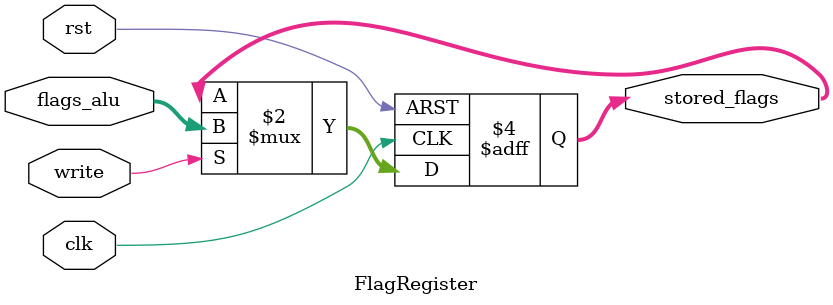
<source format=v>
`timescale 1ns / 1ps

module FlagRegister(
    input clk,
    input rst,
    input write,
    input[1:0] flags_alu,
    output reg [1:0] stored_flags
);
always @(posedge clk or posedge rst)
begin 
    if (rst) begin
        stored_flags <= 0;
    end
    else if(write) begin
        stored_flags <= flags_alu;
    end
end
    
endmodule
</source>
